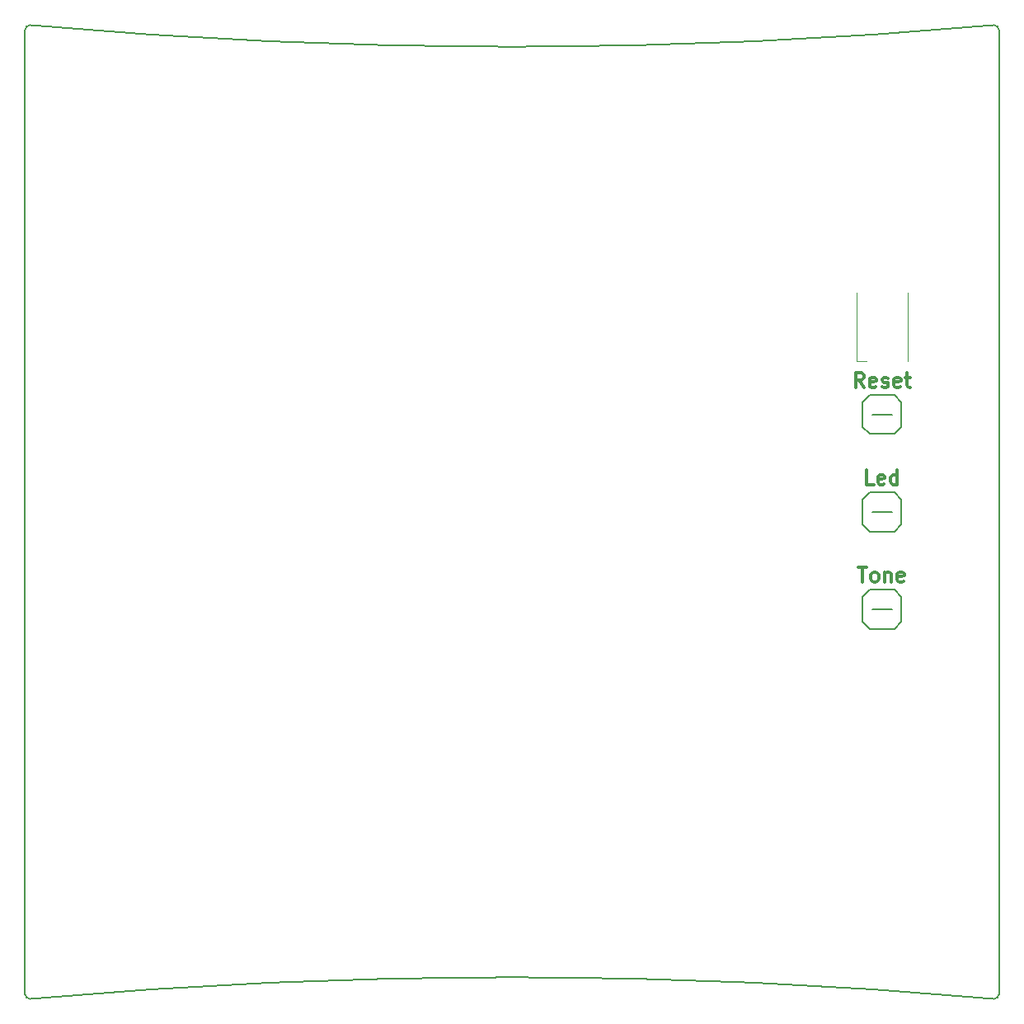
<source format=gbr>
%TF.GenerationSoftware,KiCad,Pcbnew,5.0.0*%
%TF.CreationDate,2018-09-20T16:03:51+02:00*%
%TF.ProjectId,adri,616472692E6B696361645F7063620000,rev?*%
%TF.SameCoordinates,Original*%
%TF.FileFunction,Legend,Top*%
%TF.FilePolarity,Positive*%
%FSLAX46Y46*%
G04 Gerber Fmt 4.6, Leading zero omitted, Abs format (unit mm)*
G04 Created by KiCad (PCBNEW 5.0.0) date Thu Sep 20 16:03:51 2018*
%MOMM*%
%LPD*%
G01*
G04 APERTURE LIST*
%ADD10C,0.150000*%
%ADD11C,0.300000*%
%ADD12C,0.120000*%
%ADD13C,0.200000*%
G04 APERTURE END LIST*
D10*
X90500000Y-150000000D02*
G75*
G02X90000000Y-149500000I0J500000D01*
G01*
X190000000Y-149500000D02*
G75*
G02X189500000Y-150000000I-500000J0D01*
G01*
X189500000Y-50000000D02*
G75*
G02X190000000Y-50500000I0J-500000D01*
G01*
X90000000Y-50500000D02*
G75*
G02X90500000Y-50000000I500000J0D01*
G01*
D11*
X175571428Y-105678571D02*
X176428571Y-105678571D01*
X176000000Y-107178571D02*
X176000000Y-105678571D01*
X177142857Y-107178571D02*
X177000000Y-107107142D01*
X176928571Y-107035714D01*
X176857142Y-106892857D01*
X176857142Y-106464285D01*
X176928571Y-106321428D01*
X177000000Y-106250000D01*
X177142857Y-106178571D01*
X177357142Y-106178571D01*
X177500000Y-106250000D01*
X177571428Y-106321428D01*
X177642857Y-106464285D01*
X177642857Y-106892857D01*
X177571428Y-107035714D01*
X177500000Y-107107142D01*
X177357142Y-107178571D01*
X177142857Y-107178571D01*
X178285714Y-106178571D02*
X178285714Y-107178571D01*
X178285714Y-106321428D02*
X178357142Y-106250000D01*
X178500000Y-106178571D01*
X178714285Y-106178571D01*
X178857142Y-106250000D01*
X178928571Y-106392857D01*
X178928571Y-107178571D01*
X180214285Y-107107142D02*
X180071428Y-107178571D01*
X179785714Y-107178571D01*
X179642857Y-107107142D01*
X179571428Y-106964285D01*
X179571428Y-106392857D01*
X179642857Y-106250000D01*
X179785714Y-106178571D01*
X180071428Y-106178571D01*
X180214285Y-106250000D01*
X180285714Y-106392857D01*
X180285714Y-106535714D01*
X179571428Y-106678571D01*
X177142857Y-97178571D02*
X176428571Y-97178571D01*
X176428571Y-95678571D01*
X178214285Y-97107142D02*
X178071428Y-97178571D01*
X177785714Y-97178571D01*
X177642857Y-97107142D01*
X177571428Y-96964285D01*
X177571428Y-96392857D01*
X177642857Y-96250000D01*
X177785714Y-96178571D01*
X178071428Y-96178571D01*
X178214285Y-96250000D01*
X178285714Y-96392857D01*
X178285714Y-96535714D01*
X177571428Y-96678571D01*
X179571428Y-97178571D02*
X179571428Y-95678571D01*
X179571428Y-97107142D02*
X179428571Y-97178571D01*
X179142857Y-97178571D01*
X179000000Y-97107142D01*
X178928571Y-97035714D01*
X178857142Y-96892857D01*
X178857142Y-96464285D01*
X178928571Y-96321428D01*
X179000000Y-96250000D01*
X179142857Y-96178571D01*
X179428571Y-96178571D01*
X179571428Y-96250000D01*
X176142857Y-87178571D02*
X175642857Y-86464285D01*
X175285714Y-87178571D02*
X175285714Y-85678571D01*
X175857142Y-85678571D01*
X176000000Y-85750000D01*
X176071428Y-85821428D01*
X176142857Y-85964285D01*
X176142857Y-86178571D01*
X176071428Y-86321428D01*
X176000000Y-86392857D01*
X175857142Y-86464285D01*
X175285714Y-86464285D01*
X177357142Y-87107142D02*
X177214285Y-87178571D01*
X176928571Y-87178571D01*
X176785714Y-87107142D01*
X176714285Y-86964285D01*
X176714285Y-86392857D01*
X176785714Y-86250000D01*
X176928571Y-86178571D01*
X177214285Y-86178571D01*
X177357142Y-86250000D01*
X177428571Y-86392857D01*
X177428571Y-86535714D01*
X176714285Y-86678571D01*
X178000000Y-87107142D02*
X178142857Y-87178571D01*
X178428571Y-87178571D01*
X178571428Y-87107142D01*
X178642857Y-86964285D01*
X178642857Y-86892857D01*
X178571428Y-86750000D01*
X178428571Y-86678571D01*
X178214285Y-86678571D01*
X178071428Y-86607142D01*
X178000000Y-86464285D01*
X178000000Y-86392857D01*
X178071428Y-86250000D01*
X178214285Y-86178571D01*
X178428571Y-86178571D01*
X178571428Y-86250000D01*
X179857142Y-87107142D02*
X179714285Y-87178571D01*
X179428571Y-87178571D01*
X179285714Y-87107142D01*
X179214285Y-86964285D01*
X179214285Y-86392857D01*
X179285714Y-86250000D01*
X179428571Y-86178571D01*
X179714285Y-86178571D01*
X179857142Y-86250000D01*
X179928571Y-86392857D01*
X179928571Y-86535714D01*
X179214285Y-86678571D01*
X180357142Y-86178571D02*
X180928571Y-86178571D01*
X180571428Y-85678571D02*
X180571428Y-86964285D01*
X180642857Y-87107142D01*
X180785714Y-87178571D01*
X180928571Y-87178571D01*
D10*
X90500001Y-150000000D02*
G75*
G02X189500000Y-150000000I49499999J-550000000D01*
G01*
X189499999Y-50000000D02*
G75*
G02X90500000Y-50000000I-49500000J549999999D01*
G01*
X90000000Y-149500000D02*
X90000000Y-50500000D01*
X190000000Y-149500000D02*
X190000000Y-50500000D01*
D12*
X175400000Y-84500000D02*
X176400000Y-84500000D01*
X175400000Y-77500000D02*
X175400000Y-84500000D01*
X180600000Y-77500000D02*
X180600000Y-84500000D01*
D13*
X180000000Y-91250000D02*
X180000000Y-88750000D01*
X179250000Y-88000000D02*
X176750000Y-88000000D01*
X176000000Y-88750000D02*
X176000000Y-91250000D01*
X176750000Y-92000000D02*
X179250000Y-92000000D01*
X176750000Y-92000000D02*
X176000000Y-91250000D01*
X179250000Y-92000000D02*
X180000000Y-91250000D01*
X180000000Y-88750000D02*
X179250000Y-88000000D01*
X176000000Y-88750000D02*
X176750000Y-88000000D01*
X177000000Y-90000000D02*
X179000000Y-90000000D01*
X177000000Y-110000000D02*
X179000000Y-110000000D01*
X176000000Y-108750000D02*
X176750000Y-108000000D01*
X180000000Y-108750000D02*
X179250000Y-108000000D01*
X179250000Y-112000000D02*
X180000000Y-111250000D01*
X176750000Y-112000000D02*
X176000000Y-111250000D01*
X176750000Y-112000000D02*
X179250000Y-112000000D01*
X176000000Y-108750000D02*
X176000000Y-111250000D01*
X179250000Y-108000000D02*
X176750000Y-108000000D01*
X180000000Y-111250000D02*
X180000000Y-108750000D01*
X180000000Y-101250000D02*
X180000000Y-98750000D01*
X179250000Y-98000000D02*
X176750000Y-98000000D01*
X176000000Y-98750000D02*
X176000000Y-101250000D01*
X176750000Y-102000000D02*
X179250000Y-102000000D01*
X176750000Y-102000000D02*
X176000000Y-101250000D01*
X179250000Y-102000000D02*
X180000000Y-101250000D01*
X180000000Y-98750000D02*
X179250000Y-98000000D01*
X176000000Y-98750000D02*
X176750000Y-98000000D01*
X177000000Y-100000000D02*
X179000000Y-100000000D01*
M02*

</source>
